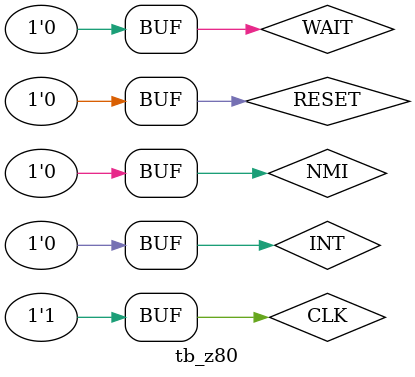
<source format=v>

module tb_z80();
	reg [7:0] DI;
	reg CLK, RESET, INT, NMI, WAIT;
        reg [7:0] mem1 [0:7];
	wire [7:0] DO;
	wire [15:0] ADDR;
	wire WR, MREQ, IORQ, HALT, M1;
	integer count;
	
	always begin
		CLK = 0;
		#5;
		CLK = 1;
		#5;
		DI = mem1[count];
		count = count + 1;
		if(count == 7) count = 0;
		
	end

cpu_z80 uut(.DI(DI), .DO(DO),
.ADDR(ADDR), .WR(WR), .MREQ(MREQ), .IORQ(IORQ),
.HALT(HALT), .M1(M1), .CLK(CLK), .RESET(RESET),
.INT(INT), .NMI(NMI), .WAIT(WAIT) );

initial begin

        mem1[0] = 8'h3e;
	mem1[1] = 8'h0f;
	mem1[2] = 8'h06;
	mem1[3] = 8'h07;
	mem1[4] = 8'h80;
	mem1[5] = 8'hd3;
	mem1[6] = 8'h76;

	count = 0;
	
	RESET = 1; NMI = 0; INT = 0;
	WAIT = 0;
	#1
	RESET = 0;

	end
endmodule

</source>
